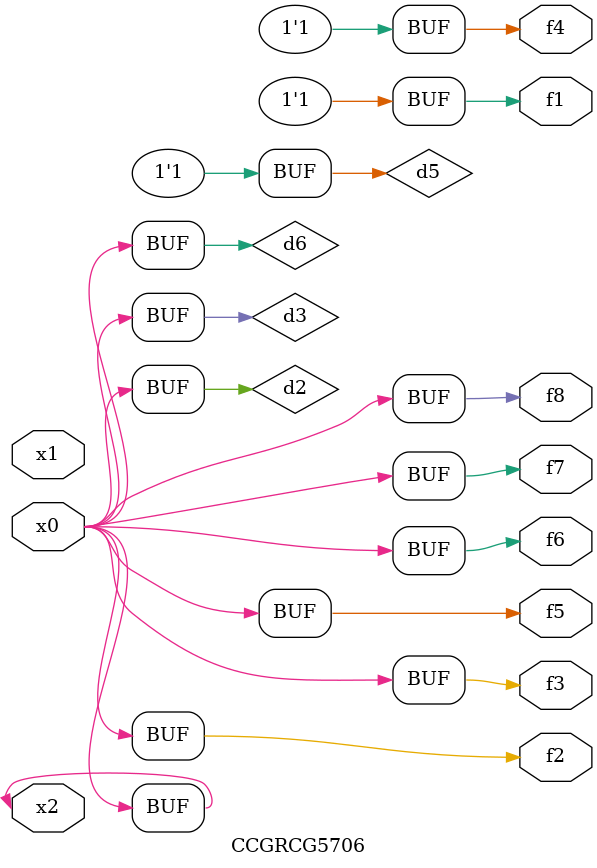
<source format=v>
module CCGRCG5706(
	input x0, x1, x2,
	output f1, f2, f3, f4, f5, f6, f7, f8
);

	wire d1, d2, d3, d4, d5, d6;

	xnor (d1, x2);
	buf (d2, x0, x2);
	and (d3, x0);
	xnor (d4, x1, x2);
	nand (d5, d1, d3);
	buf (d6, d2, d3);
	assign f1 = d5;
	assign f2 = d6;
	assign f3 = d6;
	assign f4 = d5;
	assign f5 = d6;
	assign f6 = d6;
	assign f7 = d6;
	assign f8 = d6;
endmodule

</source>
